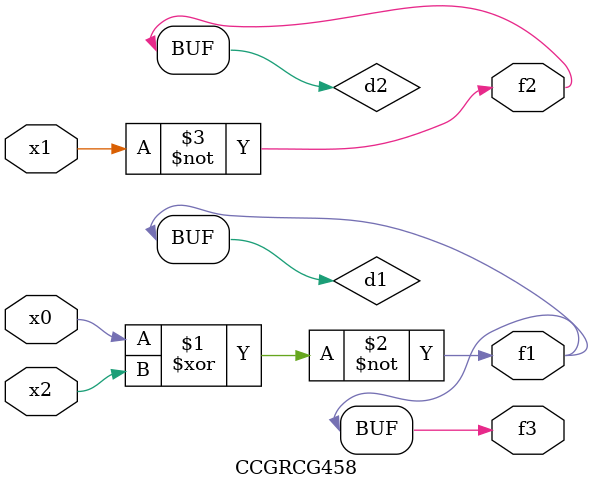
<source format=v>
module CCGRCG458(
	input x0, x1, x2,
	output f1, f2, f3
);

	wire d1, d2, d3;

	xnor (d1, x0, x2);
	nand (d2, x1);
	nor (d3, x1, x2);
	assign f1 = d1;
	assign f2 = d2;
	assign f3 = d1;
endmodule

</source>
